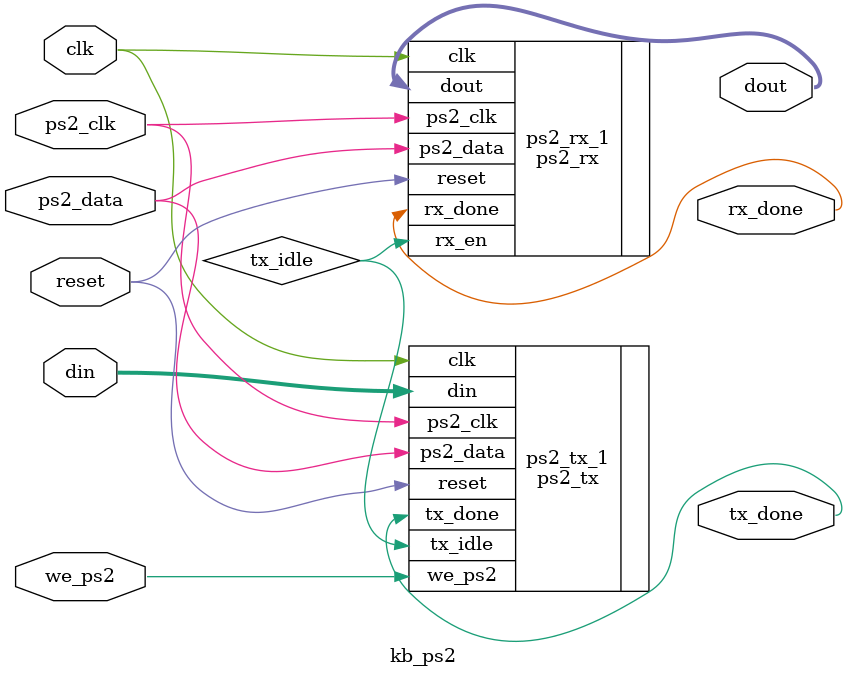
<source format=v>
`timescale 1ns / 1ps
module kb_ps2(
    input wire clk, reset,
    input wire we_ps2,
    inout wire ps2_data, ps2_clk,
    input wire [7:0] din,
    output wire rx_done, tx_done,
    output wire [7:0] dout
    );
    
   // signal declaration
   wire tx_idle;

   // instantiate ps2 receiver
   ps2_rx ps2_rx_1
      (.clk(clk), .reset(reset), .rx_en(tx_idle),
       .ps2_data(ps2_data), .ps2_clk(ps2_clk),
       .rx_done(rx_done), .dout(dout));
   // instantiate ps2 transmitter
   ps2_tx ps2_tx_1
      (.clk(clk), .reset(reset), .we_ps2(we_ps2),
       .din(din), .ps2_data(ps2_data), .ps2_clk(ps2_clk),
       .tx_idle(tx_idle), .tx_done(tx_done));


endmodule

</source>
